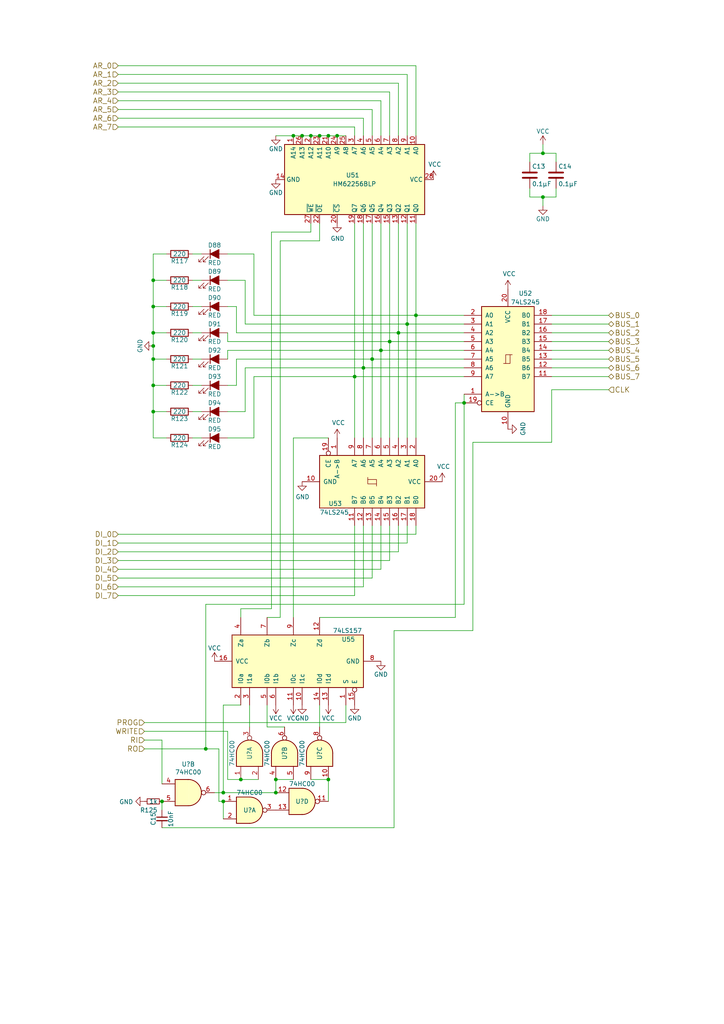
<source format=kicad_sch>
(kicad_sch (version 20211123) (generator eeschema)
  (paper "A4" portrait)
  (lib_symbols
    (symbol "74xx:74HC00" (pin_names (offset 1.016))
      (property "Reference" "U" (at 0 1.27 0))
      (property "Value" "74HC00" (at 0 -1.27 0))
      (symbol "74HC00_1_1"
        (arc (start 0 -3.81) (mid 3.81 0) (end 0 3.81) (stroke (width 0.254)) (fill (type background)))
        (polyline (pts (xy 0 3.81) (xy -3.81 3.81) (xy -3.81 -3.81) (xy 0 -3.81)) (stroke (width 0.254)) (fill (type background)))
        (pin input line (at -7.62 2.54 0) (length 3.81) (name "~") (number "1"))
        (pin input line (at -7.62 -2.54 0) (length 3.81) (name "~") (number "2"))
        (pin output inverted (at 7.62 0 180) (length 3.81) (name "~") (number "3"))
      )
      (symbol "74HC00_1_2"
        (arc (start -3.81 -3.81) (mid -2.589 0) (end -3.81 3.81) (stroke (width 0.254)))
        (arc (start -0.6096 -3.81) (mid 2.1842 -2.5851) (end 3.81 0) (stroke (width 0.254)) (fill (type background)))
        (polyline (pts (xy -3.81 -3.81) (xy -0.635 -3.81)) (stroke (width 0.254)) (fill (type background)))
        (polyline (pts (xy -3.81 3.81) (xy -0.635 3.81)) (stroke (width 0.254)) (fill (type background)))
        (polyline (pts (xy -0.635 3.81) (xy -3.81 3.81) (xy -3.81 3.81) (xy -3.556 3.4036) (xy -3.0226 2.2606) (xy -2.6924 1.0414) (xy -2.6162 -0.254) (xy -2.7686 -1.4986) (xy -3.175 -2.7178) (xy -3.81 -3.81) (xy -3.81 -3.81) (xy -0.635 -3.81)) (stroke (width -25.4)) (fill (type background)))
        (arc (start 3.81 0) (mid 2.1915 2.5936) (end -0.6096 3.81) (stroke (width 0.254)) (fill (type background)))
        (pin input inverted (at -7.62 2.54 0) (length 4.318) (name "~") (number "1"))
        (pin input inverted (at -7.62 -2.54 0) (length 4.318) (name "~") (number "2"))
        (pin output line (at 7.62 0 180) (length 3.81) (name "~") (number "3"))
      )
      (symbol "74HC00_2_1"
        (arc (start 0 -3.81) (mid 3.81 0) (end 0 3.81) (stroke (width 0.254)) (fill (type background)))
        (polyline (pts (xy 0 3.81) (xy -3.81 3.81) (xy -3.81 -3.81) (xy 0 -3.81)) (stroke (width 0.254)) (fill (type background)))
        (pin input line (at -7.62 2.54 0) (length 3.81) (name "~") (number "4"))
        (pin input line (at -7.62 -2.54 0) (length 3.81) (name "~") (number "5"))
        (pin output inverted (at 7.62 0 180) (length 3.81) (name "~") (number "6"))
      )
      (symbol "74HC00_2_2"
        (arc (start -3.81 -3.81) (mid -2.589 0) (end -3.81 3.81) (stroke (width 0.254)))
        (arc (start -0.6096 -3.81) (mid 2.1842 -2.5851) (end 3.81 0) (stroke (width 0.254)) (fill (type background)))
        (polyline (pts (xy -3.81 -3.81) (xy -0.635 -3.81)) (stroke (width 0.254)) (fill (type background)))
        (polyline (pts (xy -3.81 3.81) (xy -0.635 3.81)) (stroke (width 0.254)) (fill (type background)))
        (polyline (pts (xy -0.635 3.81) (xy -3.81 3.81) (xy -3.81 3.81) (xy -3.556 3.4036) (xy -3.0226 2.2606) (xy -2.6924 1.0414) (xy -2.6162 -0.254) (xy -2.7686 -1.4986) (xy -3.175 -2.7178) (xy -3.81 -3.81) (xy -3.81 -3.81) (xy -0.635 -3.81)) (stroke (width -25.4)) (fill (type background)))
        (arc (start 3.81 0) (mid 2.1915 2.5936) (end -0.6096 3.81) (stroke (width 0.254)) (fill (type background)))
        (pin input inverted (at -7.62 2.54 0) (length 4.318) (name "~") (number "4"))
        (pin input inverted (at -7.62 -2.54 0) (length 4.318) (name "~") (number "5"))
        (pin output line (at 7.62 0 180) (length 3.81) (name "~") (number "6"))
      )
      (symbol "74HC00_3_1"
        (arc (start 0 -3.81) (mid 3.81 0) (end 0 3.81) (stroke (width 0.254)) (fill (type background)))
        (polyline (pts (xy 0 3.81) (xy -3.81 3.81) (xy -3.81 -3.81) (xy 0 -3.81)) (stroke (width 0.254)) (fill (type background)))
        (pin input line (at -7.62 -2.54 0) (length 3.81) (name "~") (number "10"))
        (pin output inverted (at 7.62 0 180) (length 3.81) (name "~") (number "8"))
        (pin input line (at -7.62 2.54 0) (length 3.81) (name "~") (number "9"))
      )
      (symbol "74HC00_3_2"
        (arc (start -3.81 -3.81) (mid -2.589 0) (end -3.81 3.81) (stroke (width 0.254)))
        (arc (start -0.6096 -3.81) (mid 2.1842 -2.5851) (end 3.81 0) (stroke (width 0.254)) (fill (type background)))
        (polyline (pts (xy -3.81 -3.81) (xy -0.635 -3.81)) (stroke (width 0.254)) (fill (type background)))
        (polyline (pts (xy -3.81 3.81) (xy -0.635 3.81)) (stroke (width 0.254)) (fill (type background)))
        (polyline (pts (xy -0.635 3.81) (xy -3.81 3.81) (xy -3.81 3.81) (xy -3.556 3.4036) (xy -3.0226 2.2606) (xy -2.6924 1.0414) (xy -2.6162 -0.254) (xy -2.7686 -1.4986) (xy -3.175 -2.7178) (xy -3.81 -3.81) (xy -3.81 -3.81) (xy -0.635 -3.81)) (stroke (width -25.4)) (fill (type background)))
        (arc (start 3.81 0) (mid 2.1915 2.5936) (end -0.6096 3.81) (stroke (width 0.254)) (fill (type background)))
        (pin input inverted (at -7.62 -2.54 0) (length 4.318) (name "~") (number "10"))
        (pin output line (at 7.62 0 180) (length 3.81) (name "~") (number "8"))
        (pin input inverted (at -7.62 2.54 0) (length 4.318) (name "~") (number "9"))
      )
      (symbol "74HC00_4_1"
        (arc (start 0 -3.81) (mid 3.81 0) (end 0 3.81) (stroke (width 0.254)) (fill (type background)))
        (polyline (pts (xy 0 3.81) (xy -3.81 3.81) (xy -3.81 -3.81) (xy 0 -3.81)) (stroke (width 0.254)) (fill (type background)))
        (pin output inverted (at 7.62 0 180) (length 3.81) (name "~") (number "11"))
        (pin input line (at -7.62 2.54 0) (length 3.81) (name "~") (number "12"))
        (pin input line (at -7.62 -2.54 0) (length 3.81) (name "~") (number "13"))
      )
      (symbol "74HC00_4_2"
        (arc (start -3.81 -3.81) (mid -2.589 0) (end -3.81 3.81) (stroke (width 0.254)))
        (arc (start -0.6096 -3.81) (mid 2.1842 -2.5851) (end 3.81 0) (stroke (width 0.254)) (fill (type background)))
        (polyline (pts (xy -3.81 -3.81) (xy -0.635 -3.81)) (stroke (width 0.254)) (fill (type background)))
        (polyline (pts (xy -3.81 3.81) (xy -0.635 3.81)) (stroke (width 0.254)) (fill (type background)))
        (polyline (pts (xy -0.635 3.81) (xy -3.81 3.81) (xy -3.81 3.81) (xy -3.556 3.4036) (xy -3.0226 2.2606) (xy -2.6924 1.0414) (xy -2.6162 -0.254) (xy -2.7686 -1.4986) (xy -3.175 -2.7178) (xy -3.81 -3.81) (xy -3.81 -3.81) (xy -0.635 -3.81)) (stroke (width -25.4)) (fill (type background)))
        (arc (start 3.81 0) (mid 2.1915 2.5936) (end -0.6096 3.81) (stroke (width 0.254)) (fill (type background)))
        (pin output line (at 7.62 0 180) (length 3.81) (name "~") (number "11"))
        (pin input inverted (at -7.62 2.54 0) (length 4.318) (name "~") (number "12"))
        (pin input inverted (at -7.62 -2.54 0) (length 4.318) (name "~") (number "13"))
      )
      (symbol "74HC00_5_0"
        (pin power_in line (at 0 12.7 270) (length 5.08) (name "VCC") (number "14"))
        (pin power_in line (at 0 -12.7 90) (length 5.08) (name "GND") (number "7"))
      )
      (symbol "74HC00_5_1"
        (rectangle (start -5.08 7.62) (end 5.08 -7.62) (stroke (width 0.254)) (fill (type background)))
      )
    )
    (symbol "74xx:74LS157" (pin_names (offset 1.016))
      (property "Reference" "U" (at -7.62 19.05 0))
      (property "Value" "74LS157" (at -7.62 -21.59 0))
      (symbol "74LS157_1_0"
        (pin input line (at -12.7 -15.24 0) (length 5.08) (name "S") (number "1"))
        (pin input line (at -12.7 -2.54 0) (length 5.08) (name "I1c") (number "10"))
        (pin input line (at -12.7 0 0) (length 5.08) (name "I0c") (number "11"))
        (pin output line (at 12.7 -7.62 180) (length 5.08) (name "Zd") (number "12"))
        (pin input line (at -12.7 -10.16 0) (length 5.08) (name "I1d") (number "13"))
        (pin input line (at -12.7 -7.62 0) (length 5.08) (name "I0d") (number "14"))
        (pin input inverted (at -12.7 -17.78 0) (length 5.08) (name "E") (number "15"))
        (pin power_in line (at 0 22.86 270) (length 5.08) (name "VCC") (number "16"))
        (pin input line (at -12.7 15.24 0) (length 5.08) (name "I0a") (number "2"))
        (pin input line (at -12.7 12.7 0) (length 5.08) (name "I1a") (number "3"))
        (pin output line (at 12.7 15.24 180) (length 5.08) (name "Za") (number "4"))
        (pin input line (at -12.7 7.62 0) (length 5.08) (name "I0b") (number "5"))
        (pin input line (at -12.7 5.08 0) (length 5.08) (name "I1b") (number "6"))
        (pin output line (at 12.7 7.62 180) (length 5.08) (name "Zb") (number "7"))
        (pin power_in line (at 0 -25.4 90) (length 5.08) (name "GND") (number "8"))
        (pin output line (at 12.7 0 180) (length 5.08) (name "Zc") (number "9"))
      )
      (symbol "74LS157_1_1"
        (rectangle (start -7.62 17.78) (end 7.62 -20.32) (stroke (width 0.254)) (fill (type background)))
      )
    )
    (symbol "74xx:74LS245" (pin_names (offset 1.016))
      (property "Reference" "U" (at -7.62 16.51 0))
      (property "Value" "74LS245" (at -7.62 -16.51 0))
      (symbol "74LS245_1_0"
        (polyline (pts (xy -0.635 -1.27) (xy -0.635 1.27) (xy 0.635 1.27)))
        (polyline (pts (xy -1.27 -1.27) (xy 0.635 -1.27) (xy 0.635 1.27) (xy 1.27 1.27)))
        (pin input line (at -12.7 -10.16 0) (length 5.08) (name "A->B") (number "1"))
        (pin power_in line (at 0 -20.32 90) (length 5.08) (name "GND") (number "10"))
        (pin tri_state line (at 12.7 -5.08 180) (length 5.08) (name "B7") (number "11"))
        (pin tri_state line (at 12.7 -2.54 180) (length 5.08) (name "B6") (number "12"))
        (pin tri_state line (at 12.7 0 180) (length 5.08) (name "B5") (number "13"))
        (pin tri_state line (at 12.7 2.54 180) (length 5.08) (name "B4") (number "14"))
        (pin tri_state line (at 12.7 5.08 180) (length 5.08) (name "B3") (number "15"))
        (pin tri_state line (at 12.7 7.62 180) (length 5.08) (name "B2") (number "16"))
        (pin tri_state line (at 12.7 10.16 180) (length 5.08) (name "B1") (number "17"))
        (pin tri_state line (at 12.7 12.7 180) (length 5.08) (name "B0") (number "18"))
        (pin input inverted (at -12.7 -12.7 0) (length 5.08) (name "CE") (number "19"))
        (pin tri_state line (at -12.7 12.7 0) (length 5.08) (name "A0") (number "2"))
        (pin power_in line (at 0 20.32 270) (length 5.08) (name "VCC") (number "20"))
        (pin tri_state line (at -12.7 10.16 0) (length 5.08) (name "A1") (number "3"))
        (pin tri_state line (at -12.7 7.62 0) (length 5.08) (name "A2") (number "4"))
        (pin tri_state line (at -12.7 5.08 0) (length 5.08) (name "A3") (number "5"))
        (pin tri_state line (at -12.7 2.54 0) (length 5.08) (name "A4") (number "6"))
        (pin tri_state line (at -12.7 0 0) (length 5.08) (name "A5") (number "7"))
        (pin tri_state line (at -12.7 -2.54 0) (length 5.08) (name "A6") (number "8"))
        (pin tri_state line (at -12.7 -5.08 0) (length 5.08) (name "A7") (number "9"))
      )
      (symbol "74LS245_1_1"
        (rectangle (start -7.62 15.24) (end 7.62 -15.24) (stroke (width 0.254)) (fill (type background)))
      )
    )
    (symbol "8bit-computer-rescue:LED_ALT-Device" (pin_numbers hide) (pin_names (offset 1.016) hide)
      (property "Reference" "D" (at 0 2.54 0))
      (property "Value" "LED_ALT-Device" (at 0 -2.54 0))
      (symbol "LED_ALT-Device_0_1"
        (polyline (pts (xy -1.27 -1.27) (xy -1.27 1.27)) (stroke (width 0.254)))
        (polyline (pts (xy -1.27 0) (xy 1.27 0)))
        (polyline (pts (xy 1.27 -1.27) (xy 1.27 1.27) (xy -1.27 0) (xy 1.27 -1.27)) (stroke (width 0.254)) (fill (type outline)))
        (polyline (pts (xy -3.048 -0.762) (xy -4.572 -2.286) (xy -3.81 -2.286) (xy -4.572 -2.286) (xy -4.572 -1.524)))
        (polyline (pts (xy -1.778 -0.762) (xy -3.302 -2.286) (xy -2.54 -2.286) (xy -3.302 -2.286) (xy -3.302 -1.524)))
      )
      (symbol "LED_ALT-Device_1_1"
        (pin passive line (at -3.81 0 0) (length 2.54) (name "K") (number "1"))
        (pin passive line (at 3.81 0 180) (length 2.54) (name "A") (number "2"))
      )
    )
    (symbol "Device:C" (pin_numbers hide) (pin_names (offset 0.254))
      (property "Reference" "C" (at 0.635 2.54 0))
      (property "Value" "C" (at 0.635 -2.54 0))
      (symbol "C_0_1"
        (polyline (pts (xy -2.032 -0.762) (xy 2.032 -0.762)) (stroke (width 0.508)))
        (polyline (pts (xy -2.032 0.762) (xy 2.032 0.762)) (stroke (width 0.508)))
      )
      (symbol "C_1_1"
        (pin passive line (at 0 3.81 270) (length 2.794) (name "~") (number "1"))
        (pin passive line (at 0 -3.81 90) (length 2.794) (name "~") (number "2"))
      )
    )
    (symbol "Device:C_Small" (pin_numbers hide) (pin_names (offset 0.254) hide)
      (property "Reference" "C" (at 0.254 1.778 0))
      (property "Value" "C_Small" (at 0.254 -2.032 0))
      (symbol "C_Small_0_1"
        (polyline (pts (xy -1.524 -0.508) (xy 1.524 -0.508)) (stroke (width 0.3302)))
        (polyline (pts (xy -1.524 0.508) (xy 1.524 0.508)) (stroke (width 0.3048)))
      )
      (symbol "C_Small_1_1"
        (pin passive line (at 0 2.54 270) (length 2.032) (name "~") (number "1"))
        (pin passive line (at 0 -2.54 90) (length 2.032) (name "~") (number "2"))
      )
    )
    (symbol "Device:R" (pin_numbers hide) (pin_names (offset 0))
      (property "Reference" "R" (at 2.032 0 90))
      (property "Value" "R" (at 0 0 90))
      (symbol "R_0_1"
        (rectangle (start -1.016 -2.54) (end 1.016 2.54) (stroke (width 0.254)))
      )
      (symbol "R_1_1"
        (pin passive line (at 0 3.81 270) (length 1.27) (name "~") (number "1"))
        (pin passive line (at 0 -3.81 90) (length 1.27) (name "~") (number "2"))
      )
    )
    (symbol "Device:R_Small" (pin_numbers hide) (pin_names (offset 0.254) hide)
      (property "Reference" "R" (at 0.762 0.508 0))
      (property "Value" "R_Small" (at 0.762 -1.016 0))
      (symbol "R_Small_0_1"
        (rectangle (start -0.762 1.778) (end 0.762 -1.778) (stroke (width 0.2032)))
      )
      (symbol "R_Small_1_1"
        (pin passive line (at 0 2.54 270) (length 0.762) (name "~") (number "1"))
        (pin passive line (at 0 -2.54 90) (length 0.762) (name "~") (number "2"))
      )
    )
    (symbol "Memory_RAM:HM62256BLP"
      (property "Reference" "U" (at -10.16 20.955 0))
      (property "Value" "HM62256BLP" (at 2.54 20.955 0))
      (symbol "HM62256BLP_0_0"
        (pin power_in line (at 0 -22.86 90) (length 2.54) (name "GND") (number "14"))
        (pin power_in line (at 0 22.86 270) (length 2.54) (name "VCC") (number "28"))
      )
      (symbol "HM62256BLP_0_1"
        (rectangle (start -10.16 20.32) (end 10.16 -20.32) (stroke (width 0.254)) (fill (type background)))
      )
      (symbol "HM62256BLP_1_1"
        (pin input line (at -12.7 -17.78 0) (length 2.54) (name "A14") (number "1"))
        (pin input line (at -12.7 17.78 0) (length 2.54) (name "A0") (number "10"))
        (pin tri_state line (at 12.7 17.78 180) (length 2.54) (name "Q0") (number "11"))
        (pin tri_state line (at 12.7 15.24 180) (length 2.54) (name "Q1") (number "12"))
        (pin tri_state line (at 12.7 12.7 180) (length 2.54) (name "Q2") (number "13"))
        (pin tri_state line (at 12.7 10.16 180) (length 2.54) (name "Q3") (number "15"))
        (pin tri_state line (at 12.7 7.62 180) (length 2.54) (name "Q4") (number "16"))
        (pin tri_state line (at 12.7 5.08 180) (length 2.54) (name "Q5") (number "17"))
        (pin tri_state line (at 12.7 2.54 180) (length 2.54) (name "Q6") (number "18"))
        (pin tri_state line (at 12.7 0 180) (length 2.54) (name "Q7") (number "19"))
        (pin input line (at -12.7 -12.7 0) (length 2.54) (name "A12") (number "2"))
        (pin input line (at 12.7 -5.08 180) (length 2.54) (name "~{CS}") (number "20"))
        (pin input line (at -12.7 -7.62 0) (length 2.54) (name "A10") (number "21"))
        (pin input line (at 12.7 -10.16 180) (length 2.54) (name "~{OE}") (number "22"))
        (pin input line (at -12.7 -10.16 0) (length 2.54) (name "A11") (number "23"))
        (pin input line (at -12.7 -5.08 0) (length 2.54) (name "A9") (number "24"))
        (pin input line (at -12.7 -2.54 0) (length 2.54) (name "A8") (number "25"))
        (pin input line (at -12.7 -15.24 0) (length 2.54) (name "A13") (number "26"))
        (pin input line (at 12.7 -12.7 180) (length 2.54) (name "~{WE}") (number "27"))
        (pin input line (at -12.7 0 0) (length 2.54) (name "A7") (number "3"))
        (pin input line (at -12.7 2.54 0) (length 2.54) (name "A6") (number "4"))
        (pin input line (at -12.7 5.08 0) (length 2.54) (name "A5") (number "5"))
        (pin input line (at -12.7 7.62 0) (length 2.54) (name "A4") (number "6"))
        (pin input line (at -12.7 10.16 0) (length 2.54) (name "A3") (number "7"))
        (pin input line (at -12.7 12.7 0) (length 2.54) (name "A2") (number "8"))
        (pin input line (at -12.7 15.24 0) (length 2.54) (name "A1") (number "9"))
      )
    )
    (symbol "power:GND" (power) (pin_names (offset 0))
      (property "Value" "GND" (at 0 -3.81 0))
      (symbol "GND_0_1"
        (polyline (pts (xy 0 0) (xy 0 -1.27) (xy 1.27 -1.27) (xy 0 -2.54) (xy -1.27 -1.27) (xy 0 -1.27)))
      )
      (symbol "GND_1_1"
        (pin power_in line (at 0 0 270) (length 0) hide (name "GND") (number "1"))
      )
    )
    (symbol "power:VCC" (power) (pin_names (offset 0))
      (property "Value" "VCC" (at 0 3.81 0))
      (symbol "VCC_0_1"
        (polyline (pts (xy -0.762 1.27) (xy 0 2.54)))
        (polyline (pts (xy 0 0) (xy 0 2.54)))
        (polyline (pts (xy 0 2.54) (xy 0.762 1.27)))
      )
      (symbol "VCC_1_1"
        (pin power_in line (at 0 0 90) (length 0) hide (name "VCC") (number "1"))
      )
    )
  )
  (junction (at 97.79 39.37))
  (junction (at 134.62 116.84))
  (junction (at 110.49 101.6))
  (junction (at 92.71 39.37))
  (junction (at 105.41 106.68))
  (junction (at 87.63 39.37))
  (junction (at 95.25 39.37))
  (junction (at 44.45 88.9))
  (junction (at 44.45 119.38))
  (junction (at 118.11 93.98))
  (junction (at 80.01 229.87))
  (junction (at 44.45 111.76))
  (junction (at 102.87 109.22))
  (junction (at 113.03 99.06))
  (junction (at 69.85 226.06))
  (junction (at 44.45 96.52))
  (junction (at 59.69 217.17))
  (junction (at 44.45 81.28))
  (junction (at 157.48 57.15))
  (junction (at 95.25 226.06))
  (junction (at 157.48 44.45))
  (junction (at 64.77 232.41))
  (junction (at 90.17 39.37))
  (junction (at 80.01 226.06))
  (junction (at 115.57 96.52))
  (junction (at 44.45 104.14))
  (junction (at 46.99 232.41))
  (junction (at 120.65 91.44))
  (junction (at 64.77 229.87))
  (junction (at 85.09 39.37))
  (junction (at 107.95 104.14))
  (junction (at 44.45 100.33))
  (wire (pts (xy 80.01 229.87) (xy 80.01 226.06)))
  (wire (pts (xy 153.67 57.15) (xy 157.48 57.15)))
  (wire (pts (xy 46.99 214.63) (xy 41.91 214.63)))
  (wire (pts (xy 113.03 162.56) (xy 34.29 162.56)))
  (wire (pts (xy 81.28 179.07) (xy 77.47 179.07)))
  (wire (pts (xy 118.11 21.59) (xy 118.11 39.37)))
  (wire (pts (xy 115.57 96.52) (xy 134.62 96.52)))
  (wire (pts (xy 161.29 57.15) (xy 161.29 54.61)))
  (wire (pts (xy 58.42 81.28) (xy 55.88 81.28)))
  (wire (pts (xy 160.02 104.14) (xy 176.53 104.14)))
  (wire (pts (xy 69.85 204.47) (xy 64.77 204.47)))
  (wire (pts (xy 115.57 96.52) (xy 68.58 96.52)))
  (wire (pts (xy 102.87 109.22) (xy 73.66 109.22)))
  (wire (pts (xy 95.25 232.41) (xy 95.25 226.06)))
  (wire (pts (xy 62.23 229.87) (xy 64.77 229.87)))
  (wire (pts (xy 157.48 41.91) (xy 157.48 44.45)))
  (wire (pts (xy 34.29 26.67) (xy 113.03 26.67)))
  (wire (pts (xy 34.29 24.13) (xy 115.57 24.13)))
  (wire (pts (xy 58.42 119.38) (xy 55.88 119.38)))
  (wire (pts (xy 92.71 64.77) (xy 92.71 69.85)))
  (wire (pts (xy 113.03 99.06) (xy 66.04 99.06)))
  (wire (pts (xy 44.45 104.14) (xy 44.45 111.76)))
  (wire (pts (xy 160.02 109.22) (xy 176.53 109.22)))
  (wire (pts (xy 110.49 152.4) (xy 110.49 165.1)))
  (wire (pts (xy 102.87 109.22) (xy 102.87 127)))
  (wire (pts (xy 80.01 39.37) (xy 85.09 39.37)))
  (wire (pts (xy 64.77 232.41) (xy 64.77 237.49)))
  (wire (pts (xy 157.48 57.15) (xy 157.48 59.69)))
  (wire (pts (xy 66.04 119.38) (xy 71.12 119.38)))
  (wire (pts (xy 102.87 36.83) (xy 102.87 39.37)))
  (wire (pts (xy 44.45 127) (xy 48.26 127)))
  (wire (pts (xy 58.42 104.14) (xy 55.88 104.14)))
  (wire (pts (xy 66.04 96.52) (xy 66.04 99.06)))
  (wire (pts (xy 120.65 91.44) (xy 120.65 127)))
  (wire (pts (xy 161.29 44.45) (xy 161.29 46.99)))
  (wire (pts (xy 44.45 96.52) (xy 44.45 100.33)))
  (wire (pts (xy 92.71 210.82) (xy 92.71 204.47)))
  (wire (pts (xy 160.02 99.06) (xy 176.53 99.06)))
  (wire (pts (xy 110.49 101.6) (xy 134.62 101.6)))
  (wire (pts (xy 102.87 64.77) (xy 102.87 109.22)))
  (wire (pts (xy 48.26 119.38) (xy 44.45 119.38)))
  (wire (pts (xy 48.26 73.66) (xy 44.45 73.66)))
  (wire (pts (xy 34.29 34.29) (xy 105.41 34.29)))
  (wire (pts (xy 64.77 204.47) (xy 64.77 229.87)))
  (wire (pts (xy 113.03 26.67) (xy 113.03 39.37)))
  (wire (pts (xy 34.29 36.83) (xy 102.87 36.83)))
  (wire (pts (xy 78.74 67.31) (xy 78.74 176.53)))
  (wire (pts (xy 113.03 152.4) (xy 113.03 162.56)))
  (wire (pts (xy 71.12 93.98) (xy 118.11 93.98)))
  (wire (pts (xy 107.95 152.4) (xy 107.95 167.64)))
  (wire (pts (xy 176.53 113.03) (xy 160.02 113.03)))
  (wire (pts (xy 113.03 99.06) (xy 134.62 99.06)))
  (wire (pts (xy 105.41 106.68) (xy 105.41 127)))
  (wire (pts (xy 120.65 91.44) (xy 73.66 91.44)))
  (wire (pts (xy 58.42 127) (xy 55.88 127)))
  (wire (pts (xy 105.41 106.68) (xy 134.62 106.68)))
  (wire (pts (xy 44.45 88.9) (xy 44.45 96.52)))
  (wire (pts (xy 66.04 101.6) (xy 66.04 104.14)))
  (wire (pts (xy 120.65 39.37) (xy 120.65 19.05)))
  (wire (pts (xy 118.11 152.4) (xy 118.11 157.48)))
  (wire (pts (xy 102.87 109.22) (xy 134.62 109.22)))
  (wire (pts (xy 73.66 127) (xy 66.04 127)))
  (wire (pts (xy 107.95 31.75) (xy 107.95 39.37)))
  (wire (pts (xy 95.25 127) (xy 85.09 127)))
  (wire (pts (xy 105.41 64.77) (xy 105.41 106.68)))
  (wire (pts (xy 69.85 226.06) (xy 66.04 226.06)))
  (wire (pts (xy 137.16 128.27) (xy 137.16 182.88)))
  (wire (pts (xy 64.77 229.87) (xy 80.01 229.87)))
  (wire (pts (xy 153.67 44.45) (xy 157.48 44.45)))
  (wire (pts (xy 82.55 210.82) (xy 77.47 210.82)))
  (wire (pts (xy 120.65 91.44) (xy 134.62 91.44)))
  (wire (pts (xy 120.65 152.4) (xy 120.65 154.94)))
  (wire (pts (xy 73.66 73.66) (xy 66.04 73.66)))
  (wire (pts (xy 176.53 106.68) (xy 160.02 106.68)))
  (wire (pts (xy 59.69 217.17) (xy 41.91 217.17)))
  (wire (pts (xy 110.49 101.6) (xy 110.49 64.77)))
  (wire (pts (xy 120.65 154.94) (xy 34.29 154.94)))
  (wire (pts (xy 100.33 204.47) (xy 100.33 209.55)))
  (wire (pts (xy 102.87 152.4) (xy 102.87 172.72)))
  (wire (pts (xy 120.65 91.44) (xy 120.65 64.77)))
  (wire (pts (xy 68.58 96.52) (xy 68.58 88.9)))
  (wire (pts (xy 77.47 210.82) (xy 77.47 204.47)))
  (wire (pts (xy 73.66 109.22) (xy 73.66 127)))
  (wire (pts (xy 68.58 111.76) (xy 68.58 104.14)))
  (wire (pts (xy 115.57 96.52) (xy 115.57 127)))
  (wire (pts (xy 69.85 176.53) (xy 69.85 179.07)))
  (wire (pts (xy 87.63 39.37) (xy 85.09 39.37)))
  (wire (pts (xy 110.49 101.6) (xy 66.04 101.6)))
  (wire (pts (xy 160.02 128.27) (xy 160.02 113.03)))
  (wire (pts (xy 90.17 226.06) (xy 95.25 226.06)))
  (wire (pts (xy 132.08 179.07) (xy 92.71 179.07)))
  (wire (pts (xy 110.49 127) (xy 110.49 101.6)))
  (wire (pts (xy 105.41 34.29) (xy 105.41 39.37)))
  (wire (pts (xy 100.33 39.37) (xy 97.79 39.37)))
  (wire (pts (xy 69.85 226.06) (xy 74.93 226.06)))
  (wire (pts (xy 58.42 111.76) (xy 55.88 111.76)))
  (wire (pts (xy 134.62 114.3) (xy 134.62 116.84)))
  (wire (pts (xy 64.77 232.41) (xy 63.5 232.41)))
  (wire (pts (xy 72.39 210.82) (xy 72.39 204.47)))
  (wire (pts (xy 44.45 100.33) (xy 44.45 104.14)))
  (wire (pts (xy 95.25 39.37) (xy 92.71 39.37)))
  (wire (pts (xy 68.58 104.14) (xy 107.95 104.14)))
  (wire (pts (xy 48.26 81.28) (xy 44.45 81.28)))
  (wire (pts (xy 66.04 226.06) (xy 66.04 212.09)))
  (wire (pts (xy 107.95 104.14) (xy 107.95 127)))
  (wire (pts (xy 46.99 234.95) (xy 46.99 232.41)))
  (wire (pts (xy 90.17 67.31) (xy 78.74 67.31)))
  (wire (pts (xy 105.41 170.18) (xy 34.29 170.18)))
  (wire (pts (xy 90.17 39.37) (xy 87.63 39.37)))
  (wire (pts (xy 134.62 175.26) (xy 59.69 175.26)))
  (wire (pts (xy 160.02 91.44) (xy 176.53 91.44)))
  (wire (pts (xy 71.12 81.28) (xy 71.12 93.98)))
  (wire (pts (xy 134.62 116.84) (xy 134.62 175.26)))
  (wire (pts (xy 66.04 81.28) (xy 71.12 81.28)))
  (wire (pts (xy 44.45 73.66) (xy 44.45 81.28)))
  (wire (pts (xy 157.48 44.45) (xy 161.29 44.45)))
  (wire (pts (xy 44.45 111.76) (xy 44.45 119.38)))
  (wire (pts (xy 114.3 182.88) (xy 114.3 240.03)))
  (wire (pts (xy 63.5 217.17) (xy 59.69 217.17)))
  (wire (pts (xy 34.29 29.21) (xy 110.49 29.21)))
  (wire (pts (xy 44.45 81.28) (xy 44.45 88.9)))
  (wire (pts (xy 115.57 152.4) (xy 115.57 160.02)))
  (wire (pts (xy 160.02 93.98) (xy 176.53 93.98)))
  (wire (pts (xy 107.95 64.77) (xy 107.95 104.14)))
  (wire (pts (xy 153.67 54.61) (xy 153.67 57.15)))
  (wire (pts (xy 113.03 64.77) (xy 113.03 99.06)))
  (wire (pts (xy 114.3 240.03) (xy 46.99 240.03)))
  (wire (pts (xy 176.53 96.52) (xy 160.02 96.52)))
  (wire (pts (xy 120.65 19.05) (xy 34.29 19.05)))
  (wire (pts (xy 160.02 128.27) (xy 137.16 128.27)))
  (wire (pts (xy 34.29 31.75) (xy 107.95 31.75)))
  (wire (pts (xy 115.57 96.52) (xy 115.57 64.77)))
  (wire (pts (xy 58.42 96.52) (xy 55.88 96.52)))
  (wire (pts (xy 92.71 69.85) (xy 81.28 69.85)))
  (wire (pts (xy 85.09 127) (xy 85.09 179.07)))
  (wire (pts (xy 78.74 176.53) (xy 69.85 176.53)))
  (wire (pts (xy 71.12 119.38) (xy 71.12 106.68)))
  (wire (pts (xy 48.26 88.9) (xy 44.45 88.9)))
  (wire (pts (xy 92.71 39.37) (xy 90.17 39.37)))
  (wire (pts (xy 137.16 182.88) (xy 114.3 182.88)))
  (wire (pts (xy 59.69 175.26) (xy 59.69 217.17)))
  (wire (pts (xy 115.57 24.13) (xy 115.57 39.37)))
  (wire (pts (xy 58.42 73.66) (xy 55.88 73.66)))
  (wire (pts (xy 153.67 44.45) (xy 153.67 46.99)))
  (wire (pts (xy 97.79 39.37) (xy 95.25 39.37)))
  (wire (pts (xy 118.11 93.98) (xy 118.11 127)))
  (wire (pts (xy 90.17 64.77) (xy 90.17 67.31)))
  (wire (pts (xy 41.91 212.09) (xy 66.04 212.09)))
  (wire (pts (xy 48.26 96.52) (xy 44.45 96.52)))
  (wire (pts (xy 81.28 69.85) (xy 81.28 179.07)))
  (wire (pts (xy 105.41 152.4) (xy 105.41 170.18)))
  (wire (pts (xy 118.11 157.48) (xy 34.29 157.48)))
  (wire (pts (xy 115.57 160.02) (xy 34.29 160.02)))
  (wire (pts (xy 48.26 111.76) (xy 44.45 111.76)))
  (wire (pts (xy 107.95 167.64) (xy 34.29 167.64)))
  (wire (pts (xy 73.66 91.44) (xy 73.66 73.66)))
  (wire (pts (xy 118.11 93.98) (xy 134.62 93.98)))
  (wire (pts (xy 132.08 116.84) (xy 132.08 179.07)))
  (wire (pts (xy 41.91 209.55) (xy 100.33 209.55)))
  (wire (pts (xy 66.04 111.76) (xy 68.58 111.76)))
  (wire (pts (xy 58.42 88.9) (xy 55.88 88.9)))
  (wire (pts (xy 34.29 21.59) (xy 118.11 21.59)))
  (wire (pts (xy 107.95 104.14) (xy 134.62 104.14)))
  (wire (pts (xy 34.29 165.1) (xy 110.49 165.1)))
  (wire (pts (xy 48.26 104.14) (xy 44.45 104.14)))
  (wire (pts (xy 80.01 226.06) (xy 85.09 226.06)))
  (wire (pts (xy 71.12 106.68) (xy 105.41 106.68)))
  (wire (pts (xy 176.53 101.6) (xy 160.02 101.6)))
  (wire (pts (xy 118.11 64.77) (xy 118.11 93.98)))
  (wire (pts (xy 102.87 172.72) (xy 34.29 172.72)))
  (wire (pts (xy 44.45 119.38) (xy 44.45 127)))
  (wire (pts (xy 157.48 57.15) (xy 161.29 57.15)))
  (wire (pts (xy 63.5 232.41) (xy 63.5 217.17)))
  (wire (pts (xy 134.62 116.84) (xy 132.08 116.84)))
  (wire (pts (xy 46.99 227.33) (xy 46.99 214.63)))
  (wire (pts (xy 110.49 29.21) (xy 110.49 39.37)))
  (wire (pts (xy 68.58 88.9) (xy 66.04 88.9)))
  (wire (pts (xy 113.03 99.06) (xy 113.03 127)))
  (hierarchical_label "DI_1" (shape input) (at 34.29 157.48 180) (effects (font (size 1.524 1.524))))
  (hierarchical_label "BUS_4" (shape tri_state) (at 176.53 101.6 0) (effects (font (size 1.524 1.524))))
  (hierarchical_label "BUS_6" (shape tri_state) (at 176.53 106.68 0) (effects (font (size 1.524 1.524))))
  (hierarchical_label "BUS_1" (shape tri_state) (at 176.53 93.98 0) (effects (font (size 1.524 1.524))))
  (hierarchical_label "WRITE" (shape input) (at 41.91 212.09 180) (effects (font (size 1.524 1.524))))
  (hierarchical_label "CLK" (shape input) (at 176.53 113.03 0) (effects (font (size 1.524 1.524))))
  (hierarchical_label "BUS_7" (shape tri_state) (at 176.53 109.22 0) (effects (font (size 1.524 1.524))))
  (hierarchical_label "AR_3" (shape input) (at 34.29 26.67 180) (effects (font (size 1.524 1.524))))
  (hierarchical_label "AR_6" (shape input) (at 34.29 34.29 180) (effects (font (size 1.524 1.524))))
  (hierarchical_label "AR_0" (shape input) (at 34.29 19.05 180) (effects (font (size 1.524 1.524))))
  (hierarchical_label "AR_4" (shape input) (at 34.29 29.21 180) (effects (font (size 1.524 1.524))))
  (hierarchical_label "PROG" (shape input) (at 41.91 209.55 180) (effects (font (size 1.524 1.524))))
  (hierarchical_label "BUS_2" (shape tri_state) (at 176.53 96.52 0) (effects (font (size 1.524 1.524))))
  (hierarchical_label "AR_5" (shape input) (at 34.29 31.75 180) (effects (font (size 1.524 1.524))))
  (hierarchical_label "AR_1" (shape input) (at 34.29 21.59 180) (effects (font (size 1.524 1.524))))
  (hierarchical_label "DI_7" (shape input) (at 34.29 172.72 180) (effects (font (size 1.524 1.524))))
  (hierarchical_label "DI_4" (shape input) (at 34.29 165.1 180) (effects (font (size 1.524 1.524))))
  (hierarchical_label "BUS_5" (shape tri_state) (at 176.53 104.14 0) (effects (font (size 1.524 1.524))))
  (hierarchical_label "AR_7" (shape input) (at 34.29 36.83 180) (effects (font (size 1.524 1.524))))
  (hierarchical_label "AR_2" (shape input) (at 34.29 24.13 180) (effects (font (size 1.524 1.524))))
  (hierarchical_label "DI_6" (shape input) (at 34.29 170.18 180) (effects (font (size 1.524 1.524))))
  (hierarchical_label "RO" (shape input) (at 41.91 217.17 180) (effects (font (size 1.524 1.524))))
  (hierarchical_label "RI" (shape input) (at 41.91 214.63 180) (effects (font (size 1.524 1.524))))
  (hierarchical_label "BUS_3" (shape tri_state) (at 176.53 99.06 0) (effects (font (size 1.524 1.524))))
  (hierarchical_label "DI_3" (shape input) (at 34.29 162.56 180) (effects (font (size 1.524 1.524))))
  (hierarchical_label "DI_5" (shape input) (at 34.29 167.64 180) (effects (font (size 1.524 1.524))))
  (hierarchical_label "BUS_0" (shape tri_state) (at 176.53 91.44 0) (effects (font (size 1.524 1.524))))
  (hierarchical_label "DI_2" (shape input) (at 34.29 160.02 180) (effects (font (size 1.524 1.524))))
  (hierarchical_label "DI_0" (shape input) (at 34.29 154.94 180) (effects (font (size 1.524 1.524))))
  (symbol (lib_id "8bit-computer-rescue:LED_ALT-Device") (at 62.23 127 0) (unit 1)
    (property "Reference" "D95" (at 62.23 124.46 0))
    (property "Value" "RED" (at 62.23 129.54 0))
    (property "Footprint" "LED_THT:LED_D5.0mm" (effects hide))
  )
  (symbol (lib_id "8bit-computer-rescue:LED_ALT-Device") (at 62.23 119.38 0) (unit 1)
    (property "Reference" "D94" (at 62.23 116.84 0))
    (property "Value" "RED" (at 62.23 121.92 0))
    (property "Footprint" "LED_THT:LED_D5.0mm" (effects hide))
  )
  (symbol (lib_id "8bit-computer-rescue:LED_ALT-Device") (at 62.23 111.76 0) (unit 1)
    (property "Reference" "D93" (at 62.23 109.22 0))
    (property "Value" "RED" (at 62.23 114.3 0))
    (property "Footprint" "LED_THT:LED_D5.0mm" (effects hide))
  )
  (symbol (lib_id "8bit-computer-rescue:LED_ALT-Device") (at 62.23 104.14 0) (unit 1)
    (property "Reference" "D92" (at 62.23 101.6 0))
    (property "Value" "RED" (at 62.23 106.68 0))
    (property "Footprint" "LED_THT:LED_D5.0mm" (effects hide))
  )
  (symbol (lib_id "8bit-computer-rescue:LED_ALT-Device") (at 62.23 96.52 0) (unit 1)
    (property "Reference" "D91" (at 62.23 93.98 0))
    (property "Value" "RED" (at 62.23 99.06 0))
    (property "Footprint" "LED_THT:LED_D5.0mm" (effects hide))
  )
  (symbol (lib_id "8bit-computer-rescue:LED_ALT-Device") (at 62.23 88.9 0) (unit 1)
    (property "Reference" "D90" (at 62.23 86.36 0))
    (property "Value" "RED" (at 62.23 91.44 0))
    (property "Footprint" "LED_THT:LED_D5.0mm" (effects hide))
  )
  (symbol (lib_id "8bit-computer-rescue:LED_ALT-Device") (at 62.23 81.28 0) (unit 1)
    (property "Reference" "D89" (at 62.23 78.74 0))
    (property "Value" "RED" (at 62.23 83.82 0))
    (property "Footprint" "LED_THT:LED_D5.0mm" (effects hide))
  )
  (symbol (lib_id "8bit-computer-rescue:LED_ALT-Device") (at 62.23 73.66 0) (unit 1)
    (property "Reference" "D88" (at 62.23 71.12 0))
    (property "Value" "RED" (at 62.23 76.2 0))
    (property "Footprint" "LED_THT:LED_D5.0mm" (effects hide))
  )
  (symbol (lib_id "Device:R") (at 52.07 73.66 270) (unit 1)
    (property "Reference" "R117" (at 52.07 75.692 90))
    (property "Value" "220" (at 52.07 73.66 90))
    (property "Footprint" "Resistor_THT:R_Axial_DIN0207_L6.3mm_D2.5mm_P7.62mm_Horizontal" (effects hide))
  )
  (symbol (lib_id "Device:R") (at 52.07 81.28 270) (unit 1)
    (property "Reference" "R118" (at 52.07 83.312 90))
    (property "Value" "220" (at 52.07 81.28 90))
    (property "Footprint" "Resistor_THT:R_Axial_DIN0207_L6.3mm_D2.5mm_P7.62mm_Horizontal" (effects hide))
  )
  (symbol (lib_id "Device:R") (at 52.07 88.9 270) (unit 1)
    (property "Reference" "R119" (at 52.07 90.932 90))
    (property "Value" "220" (at 52.07 88.9 90))
    (property "Footprint" "Resistor_THT:R_Axial_DIN0207_L6.3mm_D2.5mm_P7.62mm_Horizontal" (effects hide))
  )
  (symbol (lib_id "Device:R") (at 52.07 96.52 270) (unit 1)
    (property "Reference" "R120" (at 52.07 98.552 90))
    (property "Value" "220" (at 52.07 96.52 90))
    (property "Footprint" "Resistor_THT:R_Axial_DIN0207_L6.3mm_D2.5mm_P7.62mm_Horizontal" (effects hide))
  )
  (symbol (lib_id "Device:R") (at 52.07 104.14 270) (unit 1)
    (property "Reference" "R121" (at 52.07 106.172 90))
    (property "Value" "220" (at 52.07 104.14 90))
    (property "Footprint" "Resistor_THT:R_Axial_DIN0207_L6.3mm_D2.5mm_P7.62mm_Horizontal" (effects hide))
  )
  (symbol (lib_id "Device:R") (at 52.07 111.76 270) (unit 1)
    (property "Reference" "R122" (at 52.07 113.792 90))
    (property "Value" "220" (at 52.07 111.76 90))
    (property "Footprint" "Resistor_THT:R_Axial_DIN0207_L6.3mm_D2.5mm_P7.62mm_Horizontal" (effects hide))
  )
  (symbol (lib_id "Device:R") (at 52.07 119.38 270) (unit 1)
    (property "Reference" "R123" (at 52.07 121.412 90))
    (property "Value" "220" (at 52.07 119.38 90))
    (property "Footprint" "Resistor_THT:R_Axial_DIN0207_L6.3mm_D2.5mm_P7.62mm_Horizontal" (effects hide))
  )
  (symbol (lib_id "Device:R") (at 52.07 127 270) (unit 1)
    (property "Reference" "R124" (at 52.07 129.032 90))
    (property "Value" "220" (at 52.07 127 90))
    (property "Footprint" "Resistor_THT:R_Axial_DIN0207_L6.3mm_D2.5mm_P7.62mm_Horizontal" (effects hide))
  )
  (symbol (lib_id "power:GND") (at 44.45 100.33 270) (unit 1)
    (property "Reference" "#PWR0123" (effects hide))
    (property "Value" "GND" (at 40.64 100.33 0))
  )
  (symbol (lib_id "Device:C") (at 161.29 50.8 0) (unit 1)
    (property "Reference" "C14" (at 161.925 48.26 0) (effects (justify left)))
    (property "Value" "0.1µF" (at 161.925 53.34 0) (effects (justify left)))
    (property "Footprint" "Capacitor_THT:C_Disc_D4.3mm_W1.9mm_P5.00mm" (effects hide))
  )
  (symbol (lib_id "power:GND") (at 157.48 59.69 0) (unit 1)
    (property "Reference" "#PWR0119" (effects hide))
    (property "Value" "GND" (at 157.48 63.5 0))
  )
  (symbol (lib_id "power:VCC") (at 157.48 41.91 0) (unit 1)
    (property "Reference" "#PWR0116" (effects hide))
    (property "Value" "VCC" (at 157.48 38.1 0))
  )
  (symbol (lib_id "Device:C") (at 153.67 50.8 0) (unit 1)
    (property "Reference" "C13" (at 154.305 48.26 0) (effects (justify left)))
    (property "Value" "0.1µF" (at 154.305 53.34 0) (effects (justify left)))
    (property "Footprint" "Capacitor_THT:C_Disc_D4.3mm_W1.9mm_P5.00mm" (effects hide))
  )
  (symbol (lib_id "power:VCC") (at 97.79 127 0) (unit 1)
    (property "Reference" "#PWR?" (effects hide))
    (property "Value" "VCC" (at 98.171 122.6058 0))
  )
  (symbol (lib_id "power:GND") (at 41.91 232.41 270) (unit 1)
    (property "Reference" "#PWR?" (effects hide))
    (property "Value" "GND" (at 38.6588 232.537 90) (effects (justify right)))
  )
  (symbol (lib_id "power:VCC") (at 62.23 191.77 0) (unit 1)
    (property "Reference" "#PWR?" (effects hide))
    (property "Value" "VCC" (at 62.23 187.96 0))
  )
  (symbol (lib_id "power:VCC") (at 80.01 204.47 180) (unit 1)
    (property "Reference" "#PWR?" (effects hide))
    (property "Value" "VCC" (at 80.01 208.28 0))
  )
  (symbol (lib_id "power:GND") (at 110.49 191.77 0) (unit 1)
    (property "Reference" "#PWR?" (effects hide))
    (property "Value" "GND" (at 110.49 195.58 0))
  )
  (symbol (lib_id "power:GND") (at 87.63 204.47 0) (unit 1)
    (property "Reference" "#PWR?" (effects hide))
    (property "Value" "GND" (at 87.63 208.28 0))
  )
  (symbol (lib_id "power:VCC") (at 85.09 204.47 180) (unit 1)
    (property "Reference" "#PWR?" (effects hide))
    (property "Value" "VCC" (at 85.09 208.28 0))
  )
  (symbol (lib_id "power:VCC") (at 95.25 204.47 180) (unit 1)
    (property "Reference" "#PWR?" (effects hide))
    (property "Value" "VCC" (at 95.25 208.28 0))
  )
  (symbol (lib_id "power:GND") (at 102.87 204.47 0) (unit 1)
    (property "Reference" "#PWR?" (effects hide))
    (property "Value" "GND" (at 102.87 208.28 0))
  )
  (symbol (lib_id "74xx:74HC00") (at 72.39 218.44 90) (unit 1)
    (property "Reference" "U?" (at 72.39 218.44 0))
    (property "Value" "74HC00" (at 67.31 218.44 0))
    (property "Datasheet" "http://www.ti.com/lit/gpn/sn74hc00" (effects hide))
  )
  (symbol (lib_id "74xx:74HC00") (at 82.55 218.44 90) (unit 2)
    (property "Reference" "U?" (at 82.55 218.44 0))
    (property "Value" "74HC00" (at 77.47 218.44 0))
    (property "Datasheet" "http://www.ti.com/lit/gpn/sn74hc00" (effects hide))
  )
  (symbol (lib_id "74xx:74HC00") (at 92.71 218.44 90) (unit 3)
    (property "Reference" "U?" (at 92.71 218.44 0))
    (property "Value" "74HC00" (at 87.63 218.44 0))
    (property "Datasheet" "http://www.ti.com/lit/gpn/sn74hc00" (effects hide))
  )
  (symbol (lib_id "74xx:74HC00") (at 87.63 232.41 0) (unit 4)
    (property "Reference" "U?" (at 87.63 232.41 0))
    (property "Value" "74HC00" (at 87.63 227.33 0))
    (property "Datasheet" "http://www.ti.com/lit/gpn/sn74hc00" (effects hide))
  )
  (symbol (lib_id "74xx:74HC00") (at 72.39 234.95 0) (unit 1)
    (property "Reference" "U?" (at 72.39 234.95 0))
    (property "Value" "74HC00" (at 72.39 229.87 0))
    (property "Datasheet" "http://www.ti.com/lit/gpn/sn74hc00" (effects hide))
  )
  (symbol (lib_id "74xx:74HC00") (at 54.61 229.87 0) (unit 2)
    (property "Reference" "U?" (at 54.61 221.615 0))
    (property "Value" "74HC00" (at 54.61 223.9264 0))
    (property "Datasheet" "http://www.ti.com/lit/gpn/sn74hc00" (effects hide))
  )
  (symbol (lib_id "Memory_RAM:HM62256BLP") (at 102.87 52.07 270) (unit 1)
    (property "Reference" "U51" (at 100.33 50.8 90) (effects (justify left)))
    (property "Value" "HM62256BLP" (at 96.52 53.34 90) (effects (justify left)))
    (property "Footprint" "Package_DIP:DIP-28_W15.24mm" (effects hide))
    (property "Datasheet" "https://web.mit.edu/6.115/www/document/62256.pdf" (effects hide))
  )
  (symbol (lib_id "74xx:74LS245") (at 147.32 104.14 0) (unit 1)
    (property "Reference" "U52" (at 152.4 85.09 0))
    (property "Value" "74LS245" (at 152.4 87.63 0))
    (property "Datasheet" "http://www.ti.com/lit/gpn/sn74LS245" (effects hide))
  )
  (symbol (lib_id "74xx:74LS245") (at 107.95 139.7 270) (unit 1)
    (property "Reference" "U53" (at 95.25 146.05 90) (effects (justify left)))
    (property "Value" "74LS245" (at 92.71 148.59 90) (effects (justify left)))
    (property "Datasheet" "http://www.ti.com/lit/gpn/sn74LS245" (effects hide))
  )
  (symbol (lib_id "power:GND") (at 80.01 39.37 0) (unit 1)
    (property "Reference" "#PWR0115" (effects hide))
    (property "Value" "GND" (at 80.01 43.18 0))
  )
  (symbol (lib_id "power:GND") (at 80.01 52.07 0) (unit 1)
    (property "Reference" "#PWR0117" (effects hide))
    (property "Value" "GND" (at 80.01 55.88 0))
  )
  (symbol (lib_id "power:VCC") (at 125.73 52.07 0) (unit 1)
    (property "Reference" "#PWR0118" (effects hide))
    (property "Value" "VCC" (at 126.111 47.6758 0))
  )
  (symbol (lib_id "power:GND") (at 87.63 139.7 0) (unit 1)
    (property "Reference" "#PWR0126" (effects hide))
    (property "Value" "GND" (at 87.757 144.0942 0))
  )
  (symbol (lib_id "power:VCC") (at 128.27 139.7 0) (unit 1)
    (property "Reference" "#PWR0127" (effects hide))
    (property "Value" "VCC" (at 128.651 135.3058 0))
  )
  (symbol (lib_id "power:GND") (at 147.32 124.46 90) (unit 1)
    (property "Reference" "#PWR0124" (effects hide))
    (property "Value" "GND" (at 151.7142 124.333 0))
  )
  (symbol (lib_id "power:VCC") (at 147.32 83.82 0) (unit 1)
    (property "Reference" "#PWR0122" (effects hide))
    (property "Value" "VCC" (at 147.701 79.4258 0))
  )
  (symbol (lib_id "power:GND") (at 97.79 64.77 0) (unit 1)
    (property "Reference" "#PWR0121" (effects hide))
    (property "Value" "GND" (at 97.917 69.1642 0))
  )
  (symbol (lib_id "74xx:74LS157") (at 85.09 191.77 90) (unit 1)
    (property "Reference" "U55" (at 99.06 185.42 90) (effects (justify right)))
    (property "Value" "74LS157" (at 96.52 182.88 90) (effects (justify right)))
    (property "Datasheet" "http://www.ti.com/lit/gpn/sn74LS157" (effects hide))
  )
  (symbol (lib_id "Device:C_Small") (at 46.99 237.49 0) (unit 1)
    (property "Reference" "C15" (at 44.45 237.49 90))
    (property "Value" "10nF" (at 49.53 237.49 90))
  )
  (symbol (lib_id "Device:R_Small") (at 44.45 232.41 90) (unit 1)
    (property "Reference" "R125" (at 45.72 234.95 90) (effects (justify left)))
    (property "Value" "1k" (at 45.72 232.41 90) (effects (justify left)))
  )
)
</source>
